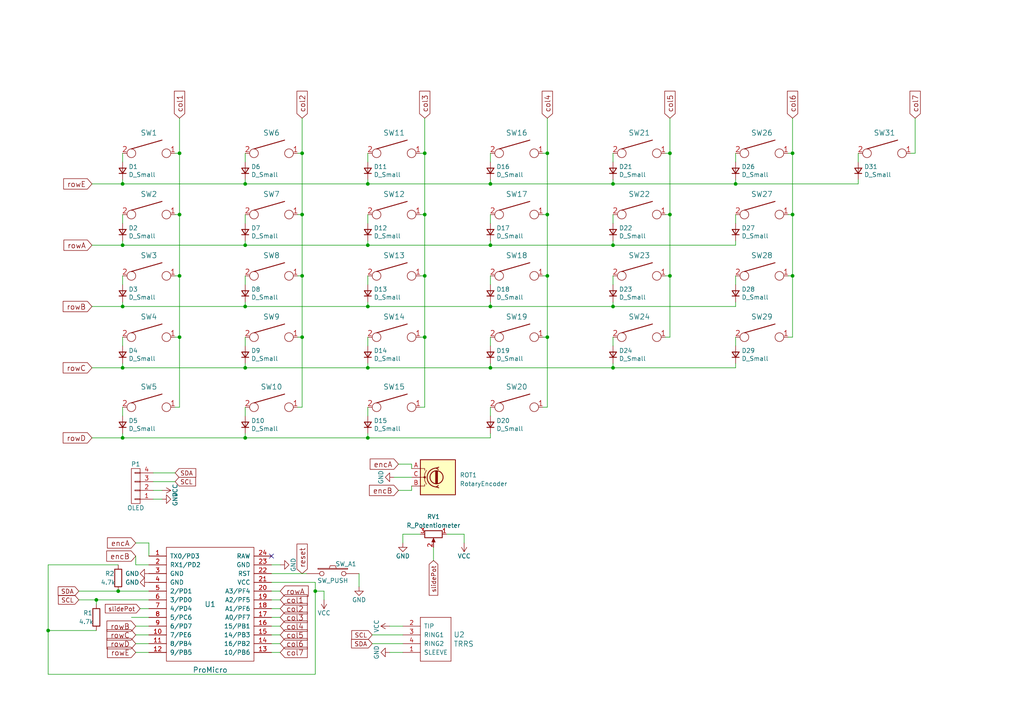
<source format=kicad_sch>
(kicad_sch (version 20230121) (generator eeschema)
  (paper "A4")
  (lib_symbols
    (symbol "Device:D_Small" (pin_numbers hide) (pin_names (offset 0.254) hide)
      (property "Reference" "D" (at -1.27 2.032 0))
      (property "Value" "D_Small" (at -3.81 -2.032 0))
      (symbol "D_Small_0_1"
        (polyline (pts (xy -0.762 -1.016) (xy -0.762 1.016)) (stroke (width 0.254)))
        (polyline (pts (xy -0.762 0) (xy 0.762 0)))
        (polyline (pts (xy 0.762 -1.016) (xy -0.762 0) (xy 0.762 1.016) (xy 0.762 -1.016)) (stroke (width 0.254)))
      )
      (symbol "D_Small_1_1"
        (pin passive line (at -2.54 0 0) (length 1.778) (name "K") (number "1"))
        (pin passive line (at 2.54 0 180) (length 1.778) (name "A") (number "2"))
      )
    )
    (symbol "Device:R" (pin_numbers hide) (pin_names (offset 0))
      (property "Reference" "R" (at 2.032 0 90))
      (property "Value" "R" (at 0 0 90))
      (symbol "R_0_1"
        (rectangle (start -1.016 -2.54) (end 1.016 2.54) (stroke (width 0.254)))
      )
      (symbol "R_1_1"
        (pin passive line (at 0 3.81 270) (length 1.27) (name "~") (number "1"))
        (pin passive line (at 0 -3.81 90) (length 1.27) (name "~") (number "2"))
      )
    )
    (symbol "Device:R_Potentiometer" (pin_names (offset 1.016) hide)
      (property "Reference" "RV" (at -4.445 0 90))
      (property "Value" "R_Potentiometer" (at -2.54 0 90))
      (symbol "R_Potentiometer_0_1"
        (polyline (pts (xy 2.54 0) (xy 1.524 0)))
        (polyline (pts (xy 1.143 0) (xy 2.286 0.508) (xy 2.286 -0.508) (xy 1.143 0)) (fill (type outline)))
        (rectangle (start 1.016 2.54) (end -1.016 -2.54) (stroke (width 0.254)))
      )
      (symbol "R_Potentiometer_1_1"
        (pin passive line (at 0 3.81 270) (length 1.27) (name "1") (number "1"))
        (pin passive line (at 3.81 0 180) (length 1.27) (name "2") (number "2"))
        (pin passive line (at 0 -3.81 90) (length 1.27) (name "3") (number "3"))
      )
    )
    (symbol "Device:RotaryEncoder" (pin_names (offset 0.254) hide)
      (property "Reference" "SW" (at 0 6.604 0))
      (property "Value" "RotaryEncoder" (at 0 -6.604 0))
      (symbol "RotaryEncoder_0_1"
        (rectangle (start -5.08 5.08) (end 5.08 -5.08) (stroke (width 0.254)) (fill (type background)))
        (circle (center -3.81 0) (radius 0.254) (fill (type outline)))
        (circle (center -0.381 0) (radius 1.905) (stroke (width 0.254)))
        (arc (start -0.381 2.667) (mid -3.0988 -0.0635) (end -0.381 -2.794) (stroke (width 0.254)))
        (polyline (pts (xy -0.635 -1.778) (xy -0.635 1.778)) (stroke (width 0.254)))
        (polyline (pts (xy -0.381 -1.778) (xy -0.381 1.778)) (stroke (width 0.254)))
        (polyline (pts (xy -0.127 1.778) (xy -0.127 -1.778)) (stroke (width 0.254)))
        (polyline (pts (xy -5.08 -2.54) (xy -3.81 -2.54) (xy -3.81 -2.032)))
        (polyline (pts (xy -5.08 2.54) (xy -3.81 2.54) (xy -3.81 2.032)))
        (polyline (pts (xy 0.254 -3.048) (xy -0.508 -2.794) (xy 0.127 -2.413)) (stroke (width 0.254)))
        (polyline (pts (xy 0.254 2.921) (xy -0.508 2.667) (xy 0.127 2.286)) (stroke (width 0.254)))
        (polyline (pts (xy -5.08 0) (xy -3.81 0) (xy -3.81 -1.016) (xy -3.302 -2.032)))
        (polyline (pts (xy -4.318 0) (xy -3.81 0) (xy -3.81 1.016) (xy -3.302 2.032)))
      )
      (symbol "RotaryEncoder_1_1"
        (pin passive line (at -7.62 2.54 0) (length 2.54) (name "A") (number "A"))
        (pin passive line (at -7.62 -2.54 0) (length 2.54) (name "B") (number "B"))
        (pin passive line (at -7.62 0 0) (length 2.54) (name "C") (number "C"))
      )
    )
    (symbol "Lily58-rescue:CONN_01X04-Lily58-cache" (pin_names (offset 1.016) hide)
      (property "Reference" "P" (at 0 6.35 0))
      (property "Value" "Lily58-cache:CONN_01X04" (at 2.54 0 90))
      (symbol "CONN_01X04-Lily58-cache_0_1"
        (rectangle (start -1.27 -3.683) (end 0.254 -3.937))
        (rectangle (start -1.27 -1.143) (end 0.254 -1.397))
        (rectangle (start -1.27 1.397) (end 0.254 1.143))
        (rectangle (start -1.27 3.937) (end 0.254 3.683))
        (rectangle (start -1.27 5.08) (end 1.27 -5.08))
      )
      (symbol "CONN_01X04-Lily58-cache_1_1"
        (pin passive line (at -5.08 3.81 0) (length 3.81) (name "P1") (number "1"))
        (pin passive line (at -5.08 1.27 0) (length 3.81) (name "P2") (number "2"))
        (pin passive line (at -5.08 -1.27 0) (length 3.81) (name "P3") (number "3"))
        (pin passive line (at -5.08 -3.81 0) (length 3.81) (name "P4") (number "4"))
      )
    )
    (symbol "fourier-left-rescue:ProMicro-promicro" (pin_names (offset 1.016))
      (property "Reference" "U" (at 0 0 0))
      (property "Value" "ProMicro-promicro" (at 0 -19.05 0))
      (symbol "ProMicro-promicro_0_1"
        (rectangle (start -12.7 -16.51) (end 12.7 16.51))
      )
      (symbol "ProMicro-promicro_1_1"
        (pin input line (at -17.78 13.97 0) (length 5.08) (name "TX0/PD3") (number "1"))
        (pin input line (at -17.78 -8.89 0) (length 5.08) (name "7/PE6") (number "10"))
        (pin input line (at -17.78 -11.43 0) (length 5.08) (name "8/PB4") (number "11"))
        (pin input line (at -17.78 -13.97 0) (length 5.08) (name "9/PB5") (number "12"))
        (pin input line (at 17.78 -13.97 180) (length 5.08) (name "10/PB6") (number "13"))
        (pin input line (at 17.78 -11.43 180) (length 5.08) (name "16/PB2") (number "14"))
        (pin input line (at 17.78 -8.89 180) (length 5.08) (name "14/PB3") (number "15"))
        (pin input line (at 17.78 -6.35 180) (length 5.08) (name "15/PB1") (number "16"))
        (pin input line (at 17.78 -3.81 180) (length 5.08) (name "A0/PF7") (number "17"))
        (pin input line (at 17.78 -1.27 180) (length 5.08) (name "A1/PF6") (number "18"))
        (pin input line (at 17.78 1.27 180) (length 5.08) (name "A2/PF5") (number "19"))
        (pin input line (at -17.78 11.43 0) (length 5.08) (name "RX1/PD2") (number "2"))
        (pin input line (at 17.78 3.81 180) (length 5.08) (name "A3/PF4") (number "20"))
        (pin input line (at 17.78 6.35 180) (length 5.08) (name "VCC") (number "21"))
        (pin input line (at 17.78 8.89 180) (length 5.08) (name "RST") (number "22"))
        (pin input line (at 17.78 11.43 180) (length 5.08) (name "GND") (number "23"))
        (pin input line (at 17.78 13.97 180) (length 5.08) (name "RAW") (number "24"))
        (pin input line (at -17.78 8.89 0) (length 5.08) (name "GND") (number "3"))
        (pin input line (at -17.78 6.35 0) (length 5.08) (name "GND") (number "4"))
        (pin input line (at -17.78 3.81 0) (length 5.08) (name "2/PD1") (number "5"))
        (pin input line (at -17.78 1.27 0) (length 5.08) (name "3/PD0") (number "6"))
        (pin input line (at -17.78 -1.27 0) (length 5.08) (name "4/PD4") (number "7"))
        (pin input line (at -17.78 -3.81 0) (length 5.08) (name "5/PC6") (number "8"))
        (pin input line (at -17.78 -6.35 0) (length 5.08) (name "6/PD7") (number "9"))
      )
    )
    (symbol "fourier-left-rescue:SW_PUSH-RESCUE-fourier-left" (pin_numbers hide) (pin_names (offset 1.016) hide)
      (property "Reference" "SW" (at 3.81 2.794 0))
      (property "Value" "SW_PUSH-RESCUE-fourier-left" (at 0 -2.032 0))
      (symbol "SW_PUSH-RESCUE-fourier-left_0_1"
        (rectangle (start -4.318 1.27) (end 4.318 1.524))
        (polyline (pts (xy -1.016 1.524) (xy -0.762 2.286) (xy 0.762 2.286) (xy 1.016 1.524)))
        (pin passive inverted (at -7.62 0 0) (length 5.08) (name "1") (number "1"))
        (pin passive inverted (at 7.62 0 180) (length 5.08) (name "2") (number "2"))
      )
    )
    (symbol "fourier-left-rescue:TRRS-keebio" (pin_names (offset 1.016))
      (property "Reference" "U" (at 0 15.24 0))
      (property "Value" "keebio_TRRS" (at 0 -2.54 0))
      (symbol "TRRS-keebio_0_1"
        (rectangle (start -3.81 0) (end -3.81 12.7))
        (rectangle (start -3.81 12.7) (end 5.08 12.7))
        (rectangle (start 5.08 0) (end -3.81 0))
        (rectangle (start 5.08 12.7) (end 5.08 0))
      )
      (symbol "TRRS-keebio_1_1"
        (pin input line (at -8.89 2.54 0) (length 5.08) (name "SLEEVE") (number "1"))
        (pin input line (at -8.89 10.16 0) (length 5.08) (name "TIP") (number "2"))
        (pin input line (at -8.89 7.62 0) (length 5.08) (name "RING1") (number "3"))
        (pin input line (at -8.89 5.08 0) (length 5.08) (name "RING2") (number "4"))
      )
    )
    (symbol "keyboard_parts:KEYSW" (pin_names (offset 1.016))
      (property "Reference" "K?" (at -1.27 0 0))
      (symbol "KEYSW_0_1"
        (circle (center -5.08 0) (radius 1.27))
        (polyline (pts (xy -5.08 1.27) (xy 3.81 3.81)) (stroke (width 0.254)))
        (circle (center 5.08 0) (radius 1.27))
      )
      (symbol "KEYSW_1_1"
        (pin passive line (at 7.62 0 180) (length 1.27) (name "~") (number "1"))
        (pin passive line (at -7.62 0 0) (length 1.27) (name "~") (number "2"))
      )
    )
    (symbol "power:GND" (power) (pin_names (offset 0))
      (property "Value" "GND" (at 0 -3.81 0))
      (symbol "GND_0_1"
        (polyline (pts (xy 0 0) (xy 0 -1.27) (xy 1.27 -1.27) (xy 0 -2.54) (xy -1.27 -1.27) (xy 0 -1.27)))
      )
      (symbol "GND_1_1"
        (pin power_in line (at 0 0 270) (length 0) hide (name "GND") (number "1"))
      )
    )
    (symbol "power:VCC" (power) (pin_names (offset 0))
      (property "Value" "VCC" (at 0 3.81 0))
      (symbol "VCC_0_1"
        (polyline (pts (xy -0.762 1.27) (xy 0 2.54)))
        (polyline (pts (xy 0 0) (xy 0 2.54)))
        (polyline (pts (xy 0 2.54) (xy 0.762 1.27)))
      )
      (symbol "VCC_1_1"
        (pin power_in line (at 0 0 90) (length 0) hide (name "VCC") (number "1"))
      )
    )
  )
  (junction (at 194.31 80.01))
  (junction (at 229.87 62.23))
  (junction (at 34.29 171.45))
  (junction (at 106.68 88.9))
  (junction (at 123.19 44.45))
  (junction (at 71.12 88.9))
  (junction (at 27.94 173.99))
  (junction (at 35.56 127))
  (junction (at 52.07 80.01))
  (junction (at 87.63 44.45))
  (junction (at 52.07 62.23))
  (junction (at 177.8 53.34))
  (junction (at 194.31 62.23))
  (junction (at 87.63 97.79))
  (junction (at 35.56 53.34))
  (junction (at 71.12 127))
  (junction (at 106.68 127))
  (junction (at 35.56 71.12))
  (junction (at 71.12 106.68))
  (junction (at 71.12 71.12))
  (junction (at 106.68 71.12))
  (junction (at 213.36 53.34))
  (junction (at 35.56 106.68))
  (junction (at 35.56 88.9))
  (junction (at 123.19 97.79))
  (junction (at 52.07 44.45))
  (junction (at 142.24 88.9))
  (junction (at 229.87 44.45))
  (junction (at 177.8 71.12))
  (junction (at 142.24 53.34))
  (junction (at 158.75 44.45))
  (junction (at 13.97 182.88))
  (junction (at 177.8 88.9))
  (junction (at 158.75 97.79))
  (junction (at 158.75 62.23))
  (junction (at 142.24 106.68))
  (junction (at 52.07 97.79))
  (junction (at 229.87 80.01))
  (junction (at 71.12 53.34))
  (junction (at 123.19 80.01))
  (junction (at 177.8 106.68))
  (junction (at 87.63 62.23))
  (junction (at 106.68 106.68))
  (junction (at 106.68 53.34))
  (junction (at 194.31 44.45))
  (junction (at 87.63 80.01))
  (junction (at 158.75 80.01))
  (junction (at 123.19 62.23))
  (junction (at 91.44 171.45))
  (junction (at 142.24 71.12))
  (no_connect (at 78.74 161.29))
  (wire (pts (xy 129.54 154.94) (xy 134.62 154.94)))
  (wire (pts (xy 91.44 171.45) (xy 91.44 168.91)))
  (wire (pts (xy 78.74 189.23) (xy 81.28 189.23)))
  (wire (pts (xy 50.8 118.11) (xy 52.07 118.11)))
  (wire (pts (xy 228.6 62.23) (xy 229.87 62.23)))
  (wire (pts (xy 177.8 62.23) (xy 177.8 64.77)))
  (wire (pts (xy 106.68 52.07) (xy 106.68 53.34)))
  (wire (pts (xy 13.97 163.83) (xy 13.97 182.88)))
  (wire (pts (xy 52.07 80.01) (xy 52.07 97.79)))
  (wire (pts (xy 213.36 97.79) (xy 213.36 100.33)))
  (wire (pts (xy 71.12 62.23) (xy 71.12 64.77)))
  (wire (pts (xy 39.37 163.83) (xy 43.18 163.83)))
  (wire (pts (xy 116.84 157.48) (xy 116.84 154.94)))
  (wire (pts (xy 213.36 44.45) (xy 213.36 46.99)))
  (wire (pts (xy 142.24 125.73) (xy 142.24 127)))
  (wire (pts (xy 35.56 52.07) (xy 35.56 53.34)))
  (wire (pts (xy 142.24 88.9) (xy 177.8 88.9)))
  (wire (pts (xy 194.31 80.01) (xy 194.31 97.79)))
  (wire (pts (xy 229.87 80.01) (xy 229.87 97.79)))
  (wire (pts (xy 119.38 140.97) (xy 119.38 142.24)))
  (wire (pts (xy 27.94 175.26) (xy 27.94 173.99)))
  (wire (pts (xy 158.75 97.79) (xy 158.75 118.11)))
  (wire (pts (xy 26.67 88.9) (xy 35.56 88.9)))
  (wire (pts (xy 121.92 97.79) (xy 123.19 97.79)))
  (wire (pts (xy 106.68 127) (xy 142.24 127)))
  (wire (pts (xy 78.74 176.53) (xy 81.28 176.53)))
  (wire (pts (xy 158.75 62.23) (xy 158.75 80.01)))
  (wire (pts (xy 39.37 181.61) (xy 43.18 181.61)))
  (wire (pts (xy 229.87 34.29) (xy 229.87 44.45)))
  (wire (pts (xy 158.75 80.01) (xy 158.75 97.79)))
  (wire (pts (xy 142.24 105.41) (xy 142.24 106.68)))
  (wire (pts (xy 26.67 71.12) (xy 35.56 71.12)))
  (wire (pts (xy 194.31 34.29) (xy 194.31 44.45)))
  (wire (pts (xy 157.48 44.45) (xy 158.75 44.45)))
  (wire (pts (xy 114.3 138.43) (xy 119.38 138.43)))
  (wire (pts (xy 78.74 171.45) (xy 81.28 171.45)))
  (wire (pts (xy 106.68 105.41) (xy 106.68 106.68)))
  (wire (pts (xy 158.75 34.29) (xy 158.75 44.45)))
  (wire (pts (xy 157.48 62.23) (xy 158.75 62.23)))
  (wire (pts (xy 121.92 80.01) (xy 123.19 80.01)))
  (wire (pts (xy 35.56 44.45) (xy 35.56 46.99)))
  (wire (pts (xy 177.8 52.07) (xy 177.8 53.34)))
  (wire (pts (xy 71.12 69.85) (xy 71.12 71.12)))
  (wire (pts (xy 193.04 97.79) (xy 194.31 97.79)))
  (wire (pts (xy 71.12 125.73) (xy 71.12 127)))
  (wire (pts (xy 157.48 118.11) (xy 158.75 118.11)))
  (wire (pts (xy 44.45 137.16) (xy 50.8 137.16)))
  (wire (pts (xy 93.98 173.99) (xy 93.98 171.45)))
  (wire (pts (xy 78.74 173.99) (xy 81.28 173.99)))
  (wire (pts (xy 106.68 69.85) (xy 106.68 71.12)))
  (wire (pts (xy 86.36 44.45) (xy 87.63 44.45)))
  (wire (pts (xy 93.98 171.45) (xy 91.44 171.45)))
  (wire (pts (xy 44.45 142.24) (xy 46.99 142.24)))
  (wire (pts (xy 78.74 184.15) (xy 81.28 184.15)))
  (wire (pts (xy 35.56 97.79) (xy 35.56 100.33)))
  (wire (pts (xy 134.62 154.94) (xy 134.62 157.48)))
  (wire (pts (xy 142.24 53.34) (xy 177.8 53.34)))
  (wire (pts (xy 71.12 106.68) (xy 106.68 106.68)))
  (wire (pts (xy 142.24 106.68) (xy 177.8 106.68)))
  (wire (pts (xy 39.37 186.69) (xy 43.18 186.69)))
  (wire (pts (xy 265.43 34.29) (xy 265.43 44.45)))
  (wire (pts (xy 121.92 62.23) (xy 123.19 62.23)))
  (wire (pts (xy 264.16 44.45) (xy 265.43 44.45)))
  (wire (pts (xy 26.67 106.68) (xy 35.56 106.68)))
  (wire (pts (xy 193.04 80.01) (xy 194.31 80.01)))
  (wire (pts (xy 228.6 80.01) (xy 229.87 80.01)))
  (wire (pts (xy 43.18 157.48) (xy 39.37 157.48)))
  (wire (pts (xy 193.04 44.45) (xy 194.31 44.45)))
  (wire (pts (xy 87.63 97.79) (xy 87.63 118.11)))
  (wire (pts (xy 121.92 118.11) (xy 123.19 118.11)))
  (wire (pts (xy 71.12 80.01) (xy 71.12 82.55)))
  (wire (pts (xy 39.37 184.15) (xy 43.18 184.15)))
  (wire (pts (xy 71.12 71.12) (xy 106.68 71.12)))
  (wire (pts (xy 142.24 118.11) (xy 142.24 120.65)))
  (wire (pts (xy 107.95 184.15) (xy 116.84 184.15)))
  (wire (pts (xy 35.56 80.01) (xy 35.56 82.55)))
  (wire (pts (xy 40.64 176.53) (xy 43.18 176.53)))
  (wire (pts (xy 106.68 44.45) (xy 106.68 46.99)))
  (wire (pts (xy 142.24 80.01) (xy 142.24 82.55)))
  (wire (pts (xy 213.36 52.07) (xy 213.36 53.34)))
  (wire (pts (xy 86.36 97.79) (xy 87.63 97.79)))
  (wire (pts (xy 106.68 97.79) (xy 106.68 100.33)))
  (wire (pts (xy 71.12 97.79) (xy 71.12 100.33)))
  (wire (pts (xy 35.56 53.34) (xy 71.12 53.34)))
  (wire (pts (xy 44.45 139.7) (xy 50.8 139.7)))
  (wire (pts (xy 35.56 125.73) (xy 35.56 127)))
  (wire (pts (xy 194.31 44.45) (xy 194.31 62.23)))
  (wire (pts (xy 142.24 97.79) (xy 142.24 100.33)))
  (wire (pts (xy 13.97 182.88) (xy 13.97 195.58)))
  (wire (pts (xy 87.63 34.29) (xy 87.63 44.45)))
  (wire (pts (xy 50.8 97.79) (xy 52.07 97.79)))
  (wire (pts (xy 39.37 189.23) (xy 43.18 189.23)))
  (wire (pts (xy 78.74 166.37) (xy 88.9 166.37)))
  (wire (pts (xy 177.8 87.63) (xy 177.8 88.9)))
  (wire (pts (xy 106.68 62.23) (xy 106.68 64.77)))
  (wire (pts (xy 71.12 52.07) (xy 71.12 53.34)))
  (wire (pts (xy 13.97 195.58) (xy 91.44 195.58)))
  (wire (pts (xy 177.8 97.79) (xy 177.8 100.33)))
  (wire (pts (xy 35.56 69.85) (xy 35.56 71.12)))
  (wire (pts (xy 78.74 168.91) (xy 91.44 168.91)))
  (wire (pts (xy 113.03 181.61) (xy 116.84 181.61)))
  (wire (pts (xy 123.19 97.79) (xy 123.19 118.11)))
  (wire (pts (xy 35.56 106.68) (xy 71.12 106.68)))
  (wire (pts (xy 119.38 134.62) (xy 119.38 135.89)))
  (wire (pts (xy 35.56 62.23) (xy 35.56 64.77)))
  (wire (pts (xy 115.57 134.62) (xy 119.38 134.62)))
  (wire (pts (xy 71.12 118.11) (xy 71.12 120.65)))
  (wire (pts (xy 123.19 44.45) (xy 123.19 62.23)))
  (wire (pts (xy 52.07 62.23) (xy 52.07 80.01)))
  (wire (pts (xy 142.24 44.45) (xy 142.24 46.99)))
  (wire (pts (xy 121.92 44.45) (xy 123.19 44.45)))
  (wire (pts (xy 142.24 62.23) (xy 142.24 64.77)))
  (wire (pts (xy 142.24 52.07) (xy 142.24 53.34)))
  (wire (pts (xy 71.12 53.34) (xy 106.68 53.34)))
  (wire (pts (xy 71.12 87.63) (xy 71.12 88.9)))
  (wire (pts (xy 71.12 44.45) (xy 71.12 46.99)))
  (wire (pts (xy 229.87 62.23) (xy 229.87 80.01)))
  (wire (pts (xy 50.8 62.23) (xy 52.07 62.23)))
  (wire (pts (xy 123.19 62.23) (xy 123.19 80.01)))
  (wire (pts (xy 43.18 161.29) (xy 43.18 157.48)))
  (wire (pts (xy 113.03 189.23) (xy 116.84 189.23)))
  (wire (pts (xy 177.8 105.41) (xy 177.8 106.68)))
  (wire (pts (xy 71.12 105.41) (xy 71.12 106.68)))
  (wire (pts (xy 193.04 62.23) (xy 194.31 62.23)))
  (wire (pts (xy 87.63 80.01) (xy 87.63 97.79)))
  (wire (pts (xy 52.07 97.79) (xy 52.07 118.11)))
  (wire (pts (xy 213.36 62.23) (xy 213.36 64.77)))
  (wire (pts (xy 78.74 186.69) (xy 81.28 186.69)))
  (wire (pts (xy 177.8 53.34) (xy 213.36 53.34)))
  (wire (pts (xy 229.87 44.45) (xy 229.87 62.23)))
  (wire (pts (xy 142.24 87.63) (xy 142.24 88.9)))
  (wire (pts (xy 123.19 80.01) (xy 123.19 97.79)))
  (wire (pts (xy 78.74 163.83) (xy 81.28 163.83)))
  (wire (pts (xy 71.12 127) (xy 106.68 127)))
  (wire (pts (xy 26.67 53.34) (xy 35.56 53.34)))
  (wire (pts (xy 116.84 154.94) (xy 121.92 154.94)))
  (wire (pts (xy 27.94 173.99) (xy 43.18 173.99)))
  (wire (pts (xy 78.74 181.61) (xy 81.28 181.61)))
  (wire (pts (xy 158.75 44.45) (xy 158.75 62.23)))
  (wire (pts (xy 125.73 158.75) (xy 125.73 162.56)))
  (wire (pts (xy 194.31 62.23) (xy 194.31 80.01)))
  (wire (pts (xy 106.68 118.11) (xy 106.68 120.65)))
  (wire (pts (xy 177.8 71.12) (xy 213.36 71.12)))
  (wire (pts (xy 213.36 87.63) (xy 213.36 88.9)))
  (wire (pts (xy 157.48 97.79) (xy 158.75 97.79)))
  (wire (pts (xy 35.56 105.41) (xy 35.56 106.68)))
  (wire (pts (xy 87.63 44.45) (xy 87.63 62.23)))
  (wire (pts (xy 213.36 53.34) (xy 248.92 53.34)))
  (wire (pts (xy 213.36 105.41) (xy 213.36 106.68)))
  (wire (pts (xy 50.8 44.45) (xy 52.07 44.45)))
  (wire (pts (xy 177.8 44.45) (xy 177.8 46.99)))
  (wire (pts (xy 106.68 106.68) (xy 142.24 106.68)))
  (wire (pts (xy 157.48 80.01) (xy 158.75 80.01)))
  (wire (pts (xy 78.74 179.07) (xy 81.28 179.07)))
  (wire (pts (xy 106.68 88.9) (xy 142.24 88.9)))
  (wire (pts (xy 213.36 69.85) (xy 213.36 71.12)))
  (wire (pts (xy 35.56 127) (xy 71.12 127)))
  (wire (pts (xy 119.38 142.24) (xy 115.57 142.24)))
  (wire (pts (xy 44.45 144.78) (xy 46.99 144.78)))
  (wire (pts (xy 177.8 88.9) (xy 213.36 88.9)))
  (wire (pts (xy 123.19 34.29) (xy 123.19 44.45)))
  (wire (pts (xy 142.24 69.85) (xy 142.24 71.12)))
  (wire (pts (xy 13.97 163.83) (xy 34.29 163.83)))
  (wire (pts (xy 106.68 53.34) (xy 142.24 53.34)))
  (wire (pts (xy 106.68 87.63) (xy 106.68 88.9)))
  (wire (pts (xy 177.8 69.85) (xy 177.8 71.12)))
  (wire (pts (xy 91.44 195.58) (xy 91.44 171.45)))
  (wire (pts (xy 86.36 62.23) (xy 87.63 62.23)))
  (wire (pts (xy 213.36 80.01) (xy 213.36 82.55)))
  (wire (pts (xy 106.68 80.01) (xy 106.68 82.55)))
  (wire (pts (xy 38.1 179.07) (xy 43.18 179.07)))
  (wire (pts (xy 52.07 44.45) (xy 52.07 62.23)))
  (wire (pts (xy 35.56 88.9) (xy 71.12 88.9)))
  (wire (pts (xy 142.24 71.12) (xy 177.8 71.12)))
  (wire (pts (xy 71.12 88.9) (xy 106.68 88.9)))
  (wire (pts (xy 86.36 80.01) (xy 87.63 80.01)))
  (wire (pts (xy 52.07 34.29) (xy 52.07 44.45)))
  (wire (pts (xy 104.14 170.18) (xy 104.14 166.37)))
  (wire (pts (xy 34.29 171.45) (xy 43.18 171.45)))
  (wire (pts (xy 13.97 182.88) (xy 27.94 182.88)))
  (wire (pts (xy 248.92 44.45) (xy 248.92 46.99)))
  (wire (pts (xy 86.36 118.11) (xy 87.63 118.11)))
  (wire (pts (xy 22.86 171.45) (xy 34.29 171.45)))
  (wire (pts (xy 228.6 44.45) (xy 229.87 44.45)))
  (wire (pts (xy 22.86 173.99) (xy 27.94 173.99)))
  (wire (pts (xy 39.37 161.29) (xy 39.37 163.83)))
  (wire (pts (xy 106.68 71.12) (xy 142.24 71.12)))
  (wire (pts (xy 106.68 125.73) (xy 106.68 127)))
  (wire (pts (xy 177.8 80.01) (xy 177.8 82.55)))
  (wire (pts (xy 107.95 186.69) (xy 116.84 186.69)))
  (wire (pts (xy 35.56 87.63) (xy 35.56 88.9)))
  (wire (pts (xy 35.56 118.11) (xy 35.56 120.65)))
  (wire (pts (xy 228.6 97.79) (xy 229.87 97.79)))
  (wire (pts (xy 248.92 52.07) (xy 248.92 53.34)))
  (wire (pts (xy 35.56 71.12) (xy 71.12 71.12)))
  (wire (pts (xy 87.63 62.23) (xy 87.63 80.01)))
  (wire (pts (xy 50.8 80.01) (xy 52.07 80.01)))
  (wire (pts (xy 177.8 106.68) (xy 213.36 106.68)))
  (wire (pts (xy 26.67 127) (xy 35.56 127)))
  (global_label "col6" (shape input) (at 81.28 186.69 0) (effects (font (size 1.524 1.524))) (property "Intersheetrefs" "${INTERSHEET_REFS}" (effects hide)))
  (global_label "col7" (shape input) (at 81.28 189.23 0) (effects (font (size 1.524 1.524))) (property "Intersheetrefs" "${INTERSHEET_REFS}" (effects hide)))
  (global_label "col2" (shape input) (at 87.63 34.29 90) (effects (font (size 1.524 1.524))) (property "Intersheetrefs" "${INTERSHEET_REFS}" (effects hide)))
  (global_label "rowE" (shape input) (at 26.67 53.34 180) (effects (font (size 1.524 1.524))) (property "Intersheetrefs" "${INTERSHEET_REFS}" (effects hide)))
  (global_label "col3" (shape input) (at 123.19 34.29 90) (effects (font (size 1.524 1.524))) (property "Intersheetrefs" "${INTERSHEET_REFS}" (effects hide)))
  (global_label "rowA" (shape input) (at 81.28 171.45 0) (effects (font (size 1.524 1.524))) (property "Intersheetrefs" "${INTERSHEET_REFS}" (effects hide)))
  (global_label "col1" (shape input) (at 52.07 34.29 90) (effects (font (size 1.524 1.524))) (property "Intersheetrefs" "${INTERSHEET_REFS}" (effects hide)))
  (global_label "SDA" (shape input) (at 50.8 137.16 0) (property "Intersheetrefs" "${INTERSHEET_REFS}" (effects hide)))
  (global_label "rowD" (shape input) (at 26.67 127 180) (effects (font (size 1.524 1.524))) (property "Intersheetrefs" "${INTERSHEET_REFS}" (effects hide)))
  (global_label "reset" (shape input) (at 87.63 166.37 90) (effects (font (size 1.524 1.524))) (property "Intersheetrefs" "${INTERSHEET_REFS}" (effects hide)))
  (global_label "rowB" (shape input) (at 26.67 88.9 180) (effects (font (size 1.524 1.524))) (property "Intersheetrefs" "${INTERSHEET_REFS}" (effects hide)))
  (global_label "col5" (shape input) (at 81.28 184.15 0) (effects (font (size 1.524 1.524))) (property "Intersheetrefs" "${INTERSHEET_REFS}" (effects hide)))
  (global_label "rowD" (shape input) (at 39.37 186.69 180) (effects (font (size 1.524 1.524))) (property "Intersheetrefs" "${INTERSHEET_REFS}" (effects hide)))
  (global_label "col4" (shape input) (at 81.28 181.61 0) (effects (font (size 1.524 1.524))) (property "Intersheetrefs" "${INTERSHEET_REFS}" (effects hide)))
  (global_label "col5" (shape input) (at 194.31 34.29 90) (effects (font (size 1.524 1.524))) (property "Intersheetrefs" "${INTERSHEET_REFS}" (effects hide)))
  (global_label "col3" (shape input) (at 81.28 179.07 0) (effects (font (size 1.524 1.524))) (property "Intersheetrefs" "${INTERSHEET_REFS}" (effects hide)))
  (global_label "SCL" (shape input) (at 50.8 139.7 0) (property "Intersheetrefs" "${INTERSHEET_REFS}" (effects hide)))
  (global_label "rowC" (shape input) (at 26.67 106.68 180) (effects (font (size 1.524 1.524))) (property "Intersheetrefs" "${INTERSHEET_REFS}" (effects hide)))
  (global_label "slidePot" (shape input) (at 40.64 176.53 180) (property "Intersheetrefs" "${INTERSHEET_REFS}" (effects hide)))
  (global_label "SCL" (shape input) (at 22.86 173.99 180) (property "Intersheetrefs" "${INTERSHEET_REFS}" (effects hide)))
  (global_label "col6" (shape input) (at 229.87 34.29 90) (effects (font (size 1.524 1.524))) (property "Intersheetrefs" "${INTERSHEET_REFS}" (effects hide)))
  (global_label "slidePot" (shape input) (at 125.73 162.56 270) (property "Intersheetrefs" "${INTERSHEET_REFS}" (effects hide)))
  (global_label "col7" (shape input) (at 265.43 34.29 90) (effects (font (size 1.524 1.524))) (property "Intersheetrefs" "${INTERSHEET_REFS}" (effects hide)))
  (global_label "rowA" (shape input) (at 26.67 71.12 180) (effects (font (size 1.524 1.524))) (property "Intersheetrefs" "${INTERSHEET_REFS}" (effects hide)))
  (global_label "encA" (shape input) (at 115.57 134.62 180) (effects (font (size 1.524 1.524))) (property "Intersheetrefs" "${INTERSHEET_REFS}" (effects hide)))
  (global_label "encA" (shape input) (at 39.37 157.48 180) (effects (font (size 1.524 1.524))) (property "Intersheetrefs" "${INTERSHEET_REFS}" (effects hide)))
  (global_label "encB" (shape input) (at 39.37 161.29 180) (effects (font (size 1.524 1.524))) (property "Intersheetrefs" "${INTERSHEET_REFS}" (effects hide)))
  (global_label "rowB" (shape input) (at 39.37 181.61 180) (effects (font (size 1.524 1.524))) (property "Intersheetrefs" "${INTERSHEET_REFS}" (effects hide)))
  (global_label "col4" (shape input) (at 158.75 34.29 90) (effects (font (size 1.524 1.524))) (property "Intersheetrefs" "${INTERSHEET_REFS}" (effects hide)))
  (global_label "rowC" (shape input) (at 39.37 184.15 180) (effects (font (size 1.524 1.524))) (property "Intersheetrefs" "${INTERSHEET_REFS}" (effects hide)))
  (global_label "col2" (shape input) (at 81.28 176.53 0) (effects (font (size 1.524 1.524))) (property "Intersheetrefs" "${INTERSHEET_REFS}" (effects hide)))
  (global_label "col1" (shape input) (at 81.28 173.99 0) (effects (font (size 1.524 1.524))) (property "Intersheetrefs" "${INTERSHEET_REFS}" (effects hide)))
  (global_label "SDA" (shape input) (at 107.95 186.69 180) (property "Intersheetrefs" "${INTERSHEET_REFS}" (effects hide)))
  (global_label "rowE" (shape input) (at 39.37 189.23 180) (effects (font (size 1.524 1.524))) (property "Intersheetrefs" "${INTERSHEET_REFS}" (effects hide)))
  (global_label "SCL" (shape input) (at 107.95 184.15 180) (property "Intersheetrefs" "${INTERSHEET_REFS}" (effects hide)))
  (global_label "encB" (shape input) (at 115.57 142.24 180) (effects (font (size 1.524 1.524))) (property "Intersheetrefs" "${INTERSHEET_REFS}" (effects hide)))
  (global_label "SDA" (shape input) (at 22.86 171.45 180) (property "Intersheetrefs" "${INTERSHEET_REFS}" (effects hide)))
  (symbol (lib_id "Device:D_Small") (at 106.68 49.53 90) (unit 1)
    (property "Reference" "D11" (at 108.4072 48.3616 90) (effects (justify right)))
    (property "Value" "D_Small" (at 108.4072 50.673 90) (effects (justify right)))
    (property "Footprint" "Library:Diode" (effects hide))
    (property "Sim.Device" "D" (effects hide))
    (property "Sim.Pins" "1=K 2=A" (effects hide))
  )
  (symbol (lib_id "keyboard_parts:KEYSW") (at 43.18 80.01 0) (unit 1)
    (property "Reference" "SW3" (at 43.18 74.0918 0) (effects (font (size 1.524 1.524))))
    (property "Value" "KEYSW" (effects hide))
    (property "Footprint" "Button_Switch_Keyboard:SW_Cherry_MX_1.00u_PCB" (effects hide))
  )
  (symbol (lib_id "Device:R") (at 27.94 179.07 0) (unit 1)
    (property "Reference" "R1" (at 24.13 177.8 0) (effects (justify left)))
    (property "Value" "4.7k" (at 22.86 180.34 0) (effects (justify left)))
    (property "Footprint" "Library:RESISTOR" (effects hide))
  )
  (symbol (lib_id "keyboard_parts:KEYSW") (at 114.3 62.23 0) (unit 1)
    (property "Reference" "SW12" (at 114.3 56.3118 0) (effects (font (size 1.524 1.524))))
    (property "Value" "KEYSW" (effects hide))
    (property "Footprint" "Button_Switch_Keyboard:SW_Cherry_MX_1.00u_PCB" (effects hide))
  )
  (symbol (lib_id "Device:R_Potentiometer") (at 125.73 154.94 270) (unit 1)
    (property "Reference" "RV1" (at 125.73 149.86 90))
    (property "Value" "R_Potentiometer" (at 125.73 152.4 90))
  )
  (symbol (lib_id "fourier-left-rescue:ProMicro-promicro") (at 60.96 175.26 0) (unit 1)
    (property "Reference" "U1" (at 60.96 175.26 0) (effects (font (size 1.524 1.524))))
    (property "Value" "ProMicro" (at 60.96 194.31 0) (effects (font (size 1.524 1.524))))
    (property "Footprint" "Library:ArduinoProMicro-ZigZag" (effects hide))
  )
  (symbol (lib_id "Device:RotaryEncoder") (at 127 138.43 0) (unit 1)
    (property "Reference" "ROT1" (at 133.35 137.795 0) (effects (justify left)))
    (property "Value" "RotaryEncoder" (at 133.35 140.335 0) (effects (justify left)))
    (property "Footprint" "Library:RotaryEncoder_EC11" (effects hide))
  )
  (symbol (lib_id "Device:D_Small") (at 177.8 67.31 90) (unit 1)
    (property "Reference" "D22" (at 179.5272 66.1416 90) (effects (justify right)))
    (property "Value" "D_Small" (at 179.5272 68.453 90) (effects (justify right)))
    (property "Footprint" "Library:Diode" (effects hide))
    (property "Sim.Device" "D" (effects hide))
    (property "Sim.Pins" "1=K 2=A" (effects hide))
  )
  (symbol (lib_id "Device:D_Small") (at 142.24 123.19 90) (unit 1)
    (property "Reference" "D20" (at 143.9672 122.0216 90) (effects (justify right)))
    (property "Value" "D_Small" (at 143.9672 124.333 90) (effects (justify right)))
    (property "Footprint" "Library:Diode" (effects hide))
    (property "Sim.Device" "D" (effects hide))
    (property "Sim.Pins" "1=K 2=A" (effects hide))
  )
  (symbol (lib_id "Device:D_Small") (at 71.12 102.87 90) (unit 1)
    (property "Reference" "D9" (at 72.8472 101.7016 90) (effects (justify right)))
    (property "Value" "D_Small" (at 72.8472 104.013 90) (effects (justify right)))
    (property "Footprint" "Library:Diode" (effects hide))
    (property "Sim.Device" "D" (effects hide))
    (property "Sim.Pins" "1=K 2=A" (effects hide))
  )
  (symbol (lib_id "power:GND") (at 43.18 168.91 270) (unit 1)
    (property "Reference" "#PWR05" (effects hide))
    (property "Value" "GND" (at 36.322 168.91 90) (effects (justify left)))
  )
  (symbol (lib_id "keyboard_parts:KEYSW") (at 43.18 97.79 0) (unit 1)
    (property "Reference" "SW4" (at 43.18 91.8718 0) (effects (font (size 1.524 1.524))))
    (property "Value" "KEYSW" (effects hide))
    (property "Footprint" "Button_Switch_Keyboard:SW_Cherry_MX_1.00u_PCB" (effects hide))
  )
  (symbol (lib_id "Device:D_Small") (at 213.36 49.53 90) (unit 1)
    (property "Reference" "D26" (at 215.0872 48.3616 90) (effects (justify right)))
    (property "Value" "D_Small" (at 215.0872 50.673 90) (effects (justify right)))
    (property "Footprint" "Library:Diode" (effects hide))
    (property "Sim.Device" "D" (effects hide))
    (property "Sim.Pins" "1=K 2=A" (effects hide))
  )
  (symbol (lib_id "Device:D_Small") (at 71.12 123.19 90) (unit 1)
    (property "Reference" "D10" (at 72.8472 122.0216 90) (effects (justify right)))
    (property "Value" "D_Small" (at 72.8472 124.333 90) (effects (justify right)))
    (property "Footprint" "Library:Diode" (effects hide))
    (property "Sim.Device" "D" (effects hide))
    (property "Sim.Pins" "1=K 2=A" (effects hide))
  )
  (symbol (lib_id "Device:D_Small") (at 213.36 85.09 90) (unit 1)
    (property "Reference" "D28" (at 215.0872 83.9216 90) (effects (justify right)))
    (property "Value" "D_Small" (at 215.0872 86.233 90) (effects (justify right)))
    (property "Footprint" "Library:Diode" (effects hide))
    (property "Sim.Device" "D" (effects hide))
    (property "Sim.Pins" "1=K 2=A" (effects hide))
  )
  (symbol (lib_id "Device:D_Small") (at 142.24 102.87 90) (unit 1)
    (property "Reference" "D19" (at 143.9672 101.7016 90) (effects (justify right)))
    (property "Value" "D_Small" (at 143.9672 104.013 90) (effects (justify right)))
    (property "Footprint" "Library:Diode" (effects hide))
    (property "Sim.Device" "D" (effects hide))
    (property "Sim.Pins" "1=K 2=A" (effects hide))
  )
  (symbol (lib_id "Device:D_Small") (at 213.36 67.31 90) (unit 1)
    (property "Reference" "D27" (at 215.0872 66.1416 90) (effects (justify right)))
    (property "Value" "D_Small" (at 215.0872 68.453 90) (effects (justify right)))
    (property "Footprint" "Library:Diode" (effects hide))
    (property "Sim.Device" "D" (effects hide))
    (property "Sim.Pins" "1=K 2=A" (effects hide))
  )
  (symbol (lib_id "Device:D_Small") (at 35.56 85.09 90) (unit 1)
    (property "Reference" "D3" (at 37.2872 83.9216 90) (effects (justify right)))
    (property "Value" "D_Small" (at 37.2872 86.233 90) (effects (justify right)))
    (property "Footprint" "Library:Diode" (effects hide))
    (property "Sim.Device" "D" (effects hide))
    (property "Sim.Pins" "1=K 2=A" (effects hide))
  )
  (symbol (lib_id "keyboard_parts:KEYSW") (at 149.86 44.45 0) (unit 1)
    (property "Reference" "SW16" (at 149.86 38.5318 0) (effects (font (size 1.524 1.524))))
    (property "Value" "KEYSW" (effects hide))
    (property "Footprint" "Button_Switch_Keyboard:SW_Cherry_MX_1.00u_PCB" (effects hide))
  )
  (symbol (lib_id "power:VCC") (at 113.03 181.61 90) (unit 1)
    (property "Reference" "#PWR06" (effects hide))
    (property "Value" "VCC" (at 109.22 181.61 0))
  )
  (symbol (lib_id "power:GND") (at 104.14 170.18 0) (unit 1)
    (property "Reference" "#PWR02" (effects hide))
    (property "Value" "GND" (at 104.14 173.99 0))
  )
  (symbol (lib_id "keyboard_parts:KEYSW") (at 220.98 44.45 0) (unit 1)
    (property "Reference" "SW26" (at 220.98 38.5318 0) (effects (font (size 1.524 1.524))))
    (property "Value" "KEYSW" (effects hide))
    (property "Footprint" "Button_Switch_Keyboard:SW_Cherry_MX_1.00u_PCB" (effects hide))
  )
  (symbol (lib_id "fourier-left-rescue:SW_PUSH-RESCUE-fourier-left") (at 96.52 166.37 0) (unit 1)
    (property "Reference" "SW_A1" (at 100.33 163.576 0))
    (property "Value" "SW_PUSH" (at 96.52 168.402 0))
    (property "Footprint" "Library:TACT_SWITCH_TVBP06" (effects hide))
  )
  (symbol (lib_id "power:GND") (at 113.03 189.23 270) (unit 1)
    (property "Reference" "#PWR07" (effects hide))
    (property "Value" "GND" (at 109.22 189.23 0))
  )
  (symbol (lib_id "keyboard_parts:KEYSW") (at 78.74 97.79 0) (unit 1)
    (property "Reference" "SW9" (at 78.74 91.8718 0) (effects (font (size 1.524 1.524))))
    (property "Value" "KEYSW" (effects hide))
    (property "Footprint" "Button_Switch_Keyboard:SW_Cherry_MX_1.00u_PCB" (effects hide))
  )
  (symbol (lib_id "Device:D_Small") (at 71.12 85.09 90) (unit 1)
    (property "Reference" "D8" (at 72.8472 83.9216 90) (effects (justify right)))
    (property "Value" "D_Small" (at 72.8472 86.233 90) (effects (justify right)))
    (property "Footprint" "Library:Diode" (effects hide))
    (property "Sim.Device" "D" (effects hide))
    (property "Sim.Pins" "1=K 2=A" (effects hide))
  )
  (symbol (lib_id "keyboard_parts:KEYSW") (at 220.98 62.23 0) (unit 1)
    (property "Reference" "SW27" (at 220.98 56.3118 0) (effects (font (size 1.524 1.524))))
    (property "Value" "KEYSW" (effects hide))
    (property "Footprint" "Button_Switch_Keyboard:SW_Cherry_MX_1.00u_PCB" (effects hide))
  )
  (symbol (lib_id "keyboard_parts:KEYSW") (at 43.18 44.45 0) (unit 1)
    (property "Reference" "SW1" (at 43.18 38.5318 0) (effects (font (size 1.524 1.524))))
    (property "Value" "KEYSW" (effects hide))
    (property "Footprint" "Button_Switch_Keyboard:SW_Cherry_MX_1.00u_PCB" (effects hide))
  )
  (symbol (lib_id "Device:D_Small") (at 177.8 102.87 90) (unit 1)
    (property "Reference" "D24" (at 179.5272 101.7016 90) (effects (justify right)))
    (property "Value" "D_Small" (at 179.5272 104.013 90) (effects (justify right)))
    (property "Footprint" "Library:Diode" (effects hide))
    (property "Sim.Device" "D" (effects hide))
    (property "Sim.Pins" "1=K 2=A" (effects hide))
  )
  (symbol (lib_id "keyboard_parts:KEYSW") (at 78.74 80.01 0) (unit 1)
    (property "Reference" "SW8" (at 78.74 74.0918 0) (effects (font (size 1.524 1.524))))
    (property "Value" "KEYSW" (effects hide))
    (property "Footprint" "Button_Switch_Keyboard:SW_Cherry_MX_1.00u_PCB" (effects hide))
  )
  (symbol (lib_id "keyboard_parts:KEYSW") (at 149.86 118.11 0) (unit 1)
    (property "Reference" "SW20" (at 149.86 112.1918 0) (effects (font (size 1.524 1.524))))
    (property "Value" "KEYSW" (effects hide))
    (property "Footprint" "Button_Switch_Keyboard:SW_Cherry_MX_1.00u_PCB" (effects hide))
  )
  (symbol (lib_id "Device:D_Small") (at 213.36 102.87 90) (unit 1)
    (property "Reference" "D29" (at 215.0872 101.7016 90) (effects (justify right)))
    (property "Value" "D_Small" (at 215.0872 104.013 90) (effects (justify right)))
    (property "Footprint" "Library:Diode" (effects hide))
    (property "Sim.Device" "D" (effects hide))
    (property "Sim.Pins" "1=K 2=A" (effects hide))
  )
  (symbol (lib_id "power:GND") (at 116.84 157.48 0) (unit 1)
    (property "Reference" "#PWR012" (effects hide))
    (property "Value" "GND" (at 116.84 161.29 0))
  )
  (symbol (lib_id "keyboard_parts:KEYSW") (at 43.18 62.23 0) (unit 1)
    (property "Reference" "SW2" (at 43.18 56.3118 0) (effects (font (size 1.524 1.524))))
    (property "Value" "KEYSW" (effects hide))
    (property "Footprint" "Button_Switch_Keyboard:SW_Cherry_MX_1.00u_PCB" (effects hide))
  )
  (symbol (lib_id "Device:D_Small") (at 106.68 67.31 90) (unit 1)
    (property "Reference" "D12" (at 108.4072 66.1416 90) (effects (justify right)))
    (property "Value" "D_Small" (at 108.4072 68.453 90) (effects (justify right)))
    (property "Footprint" "Library:Diode" (effects hide))
    (property "Sim.Device" "D" (effects hide))
    (property "Sim.Pins" "1=K 2=A" (effects hide))
  )
  (symbol (lib_id "keyboard_parts:KEYSW") (at 114.3 118.11 0) (unit 1)
    (property "Reference" "SW15" (at 114.3 112.1918 0) (effects (font (size 1.524 1.524))))
    (property "Value" "KEYSW" (effects hide))
    (property "Footprint" "Button_Switch_Keyboard:SW_Cherry_MX_1.00u_PCB" (effects hide))
  )
  (symbol (lib_id "Device:D_Small") (at 35.56 123.19 90) (unit 1)
    (property "Reference" "D5" (at 37.2872 122.0216 90) (effects (justify right)))
    (property "Value" "D_Small" (at 37.2872 124.333 90) (effects (justify right)))
    (property "Footprint" "Library:Diode" (effects hide))
    (property "Sim.Device" "D" (effects hide))
    (property "Sim.Pins" "1=K 2=A" (effects hide))
  )
  (symbol (lib_id "keyboard_parts:KEYSW") (at 185.42 80.01 0) (unit 1)
    (property "Reference" "SW23" (at 185.42 74.0918 0) (effects (font (size 1.524 1.524))))
    (property "Value" "KEYSW" (effects hide))
    (property "Footprint" "Button_Switch_Keyboard:SW_Cherry_MX_1.00u_PCB" (effects hide))
  )
  (symbol (lib_id "keyboard_parts:KEYSW") (at 78.74 44.45 0) (unit 1)
    (property "Reference" "SW6" (at 78.74 38.5318 0) (effects (font (size 1.524 1.524))))
    (property "Value" "KEYSW" (effects hide))
    (property "Footprint" "Button_Switch_Keyboard:SW_Cherry_MX_1.00u_PCB" (effects hide))
  )
  (symbol (lib_id "Device:R") (at 34.29 167.64 0) (unit 1)
    (property "Reference" "R2" (at 30.48 166.37 0) (effects (justify left)))
    (property "Value" "4.7k" (at 29.21 168.91 0) (effects (justify left)))
    (property "Footprint" "Library:RESISTOR" (effects hide))
  )
  (symbol (lib_id "Device:D_Small") (at 35.56 102.87 90) (unit 1)
    (property "Reference" "D4" (at 37.2872 101.7016 90) (effects (justify right)))
    (property "Value" "D_Small" (at 37.2872 104.013 90) (effects (justify right)))
    (property "Footprint" "Library:Diode" (effects hide))
    (property "Sim.Device" "D" (effects hide))
    (property "Sim.Pins" "1=K 2=A" (effects hide))
  )
  (symbol (lib_id "power:GND") (at 43.18 166.37 270) (unit 1)
    (property "Reference" "#PWR04" (effects hide))
    (property "Value" "GND" (at 36.322 166.37 90) (effects (justify left)))
  )
  (symbol (lib_id "Device:D_Small") (at 248.92 49.53 90) (unit 1)
    (property "Reference" "D31" (at 250.6472 48.3616 90) (effects (justify right)))
    (property "Value" "D_Small" (at 250.6472 50.673 90) (effects (justify right)))
    (property "Footprint" "Library:Diode" (effects hide))
    (property "Sim.Device" "D" (effects hide))
    (property "Sim.Pins" "1=K 2=A" (effects hide))
  )
  (symbol (lib_id "keyboard_parts:KEYSW") (at 220.98 80.01 0) (unit 1)
    (property "Reference" "SW28" (at 220.98 74.0918 0) (effects (font (size 1.524 1.524))))
    (property "Value" "KEYSW" (effects hide))
    (property "Footprint" "Button_Switch_Keyboard:SW_Cherry_MX_1.00u_PCB" (effects hide))
  )
  (symbol (lib_id "power:GND") (at 81.28 163.83 90) (unit 1)
    (property "Reference" "#PWR03" (effects hide))
    (property "Value" "GND" (at 85.09 163.83 0))
  )
  (symbol (lib_id "power:GND") (at 114.3 138.43 270) (unit 1)
    (property "Reference" "#PWR010" (effects hide))
    (property "Value" "GND" (at 110.49 138.43 0))
  )
  (symbol (lib_id "keyboard_parts:KEYSW") (at 43.18 118.11 0) (unit 1)
    (property "Reference" "SW5" (at 43.18 112.1918 0) (effects (font (size 1.524 1.524))))
    (property "Value" "KEYSW" (effects hide))
    (property "Footprint" "Button_Switch_Keyboard:SW_Cherry_MX_1.00u_PCB" (effects hide))
  )
  (symbol (lib_id "power:VCC") (at 93.98 173.99 180) (unit 1)
    (property "Reference" "#PWR01" (effects hide))
    (property "Value" "VCC" (at 93.98 177.8 0))
  )
  (symbol (lib_id "Device:D_Small") (at 142.24 49.53 90) (unit 1)
    (property "Reference" "D16" (at 143.9672 48.3616 90) (effects (justify right)))
    (property "Value" "D_Small" (at 143.9672 50.673 90) (effects (justify right)))
    (property "Footprint" "Library:Diode" (effects hide))
    (property "Sim.Device" "D" (effects hide))
    (property "Sim.Pins" "1=K 2=A" (effects hide))
  )
  (symbol (lib_id "fourier-left-rescue:TRRS-keebio") (at 125.73 191.77 0) (unit 1)
    (property "Reference" "U2" (at 131.5212 184.0738 0) (effects (font (size 1.524 1.524)) (justify left)))
    (property "Value" "TRRS" (at 131.5212 186.7662 0) (effects (font (size 1.524 1.524)) (justify left)))
    (property "Footprint" "Library:TRRS" (effects hide))
  )
  (symbol (lib_id "keyboard_parts:KEYSW") (at 185.42 44.45 0) (unit 1)
    (property "Reference" "SW21" (at 185.42 38.5318 0) (effects (font (size 1.524 1.524))))
    (property "Value" "KEYSW" (effects hide))
    (property "Footprint" "Button_Switch_Keyboard:SW_Cherry_MX_1.00u_PCB" (effects hide))
  )
  (symbol (lib_id "Device:D_Small") (at 71.12 49.53 90) (unit 1)
    (property "Reference" "D6" (at 72.8472 48.3616 90) (effects (justify right)))
    (property "Value" "D_Small" (at 72.8472 50.673 90) (effects (justify right)))
    (property "Footprint" "Library:Diode" (effects hide))
    (property "Sim.Device" "D" (effects hide))
    (property "Sim.Pins" "1=K 2=A" (effects hide))
  )
  (symbol (lib_id "Device:D_Small") (at 71.12 67.31 90) (unit 1)
    (property "Reference" "D7" (at 72.8472 66.1416 90) (effects (justify right)))
    (property "Value" "D_Small" (at 72.8472 68.453 90) (effects (justify right)))
    (property "Footprint" "Library:Diode" (effects hide))
    (property "Sim.Device" "D" (effects hide))
    (property "Sim.Pins" "1=K 2=A" (effects hide))
  )
  (symbol (lib_id "Device:D_Small") (at 142.24 85.09 90) (unit 1)
    (property "Reference" "D18" (at 143.9672 83.9216 90) (effects (justify right)))
    (property "Value" "D_Small" (at 143.9672 86.233 90) (effects (justify right)))
    (property "Footprint" "Library:Diode" (effects hide))
    (property "Sim.Device" "D" (effects hide))
    (property "Sim.Pins" "1=K 2=A" (effects hide))
  )
  (symbol (lib_id "keyboard_parts:KEYSW") (at 185.42 97.79 0) (unit 1)
    (property "Reference" "SW24" (at 185.42 91.8718 0) (effects (font (size 1.524 1.524))))
    (property "Value" "KEYSW" (effects hide))
    (property "Footprint" "Button_Switch_Keyboard:SW_Cherry_MX_1.00u_PCB" (effects hide))
  )
  (symbol (lib_id "keyboard_parts:KEYSW") (at 114.3 44.45 0) (unit 1)
    (property "Reference" "SW11" (at 114.3 38.5318 0) (effects (font (size 1.524 1.524))))
    (property "Value" "KEYSW" (effects hide))
    (property "Footprint" "Button_Switch_Keyboard:SW_Cherry_MX_1.00u_PCB" (effects hide))
  )
  (symbol (lib_id "power:GND") (at 46.99 144.78 90) (unit 1)
    (property "Reference" "#PWR09" (effects hide))
    (property "Value" "GND" (at 50.8 144.78 0))
  )
  (symbol (lib_id "keyboard_parts:KEYSW") (at 149.86 62.23 0) (unit 1)
    (property "Reference" "SW17" (at 149.86 56.3118 0) (effects (font (size 1.524 1.524))))
    (property "Value" "KEYSW" (effects hide))
    (property "Footprint" "Button_Switch_Keyboard:SW_Cherry_MX_1.00u_PCB" (effects hide))
  )
  (symbol (lib_id "keyboard_parts:KEYSW") (at 149.86 97.79 0) (unit 1)
    (property "Reference" "SW19" (at 149.86 91.8718 0) (effects (font (size 1.524 1.524))))
    (property "Value" "KEYSW" (effects hide))
    (property "Footprint" "Button_Switch_Keyboard:SW_Cherry_MX_1.00u_PCB" (effects hide))
  )
  (symbol (lib_id "keyboard_parts:KEYSW") (at 220.98 97.79 0) (unit 1)
    (property "Reference" "SW29" (at 220.98 91.8718 0) (effects (font (size 1.524 1.524))))
    (property "Value" "KEYSW" (effects hide))
    (property "Footprint" "Button_Switch_Keyboard:SW_Cherry_MX_1.00u_PCB" (effects hide))
  )
  (symbol (lib_id "Device:D_Small") (at 177.8 85.09 90) (unit 1)
    (property "Reference" "D23" (at 179.5272 83.9216 90) (effects (justify right)))
    (property "Value" "D_Small" (at 179.5272 86.233 90) (effects (justify right)))
    (property "Footprint" "Library:Diode" (effects hide))
    (property "Sim.Device" "D" (effects hide))
    (property "Sim.Pins" "1=K 2=A" (effects hide))
  )
  (symbol (lib_id "keyboard_parts:KEYSW") (at 256.54 44.45 0) (unit 1)
    (property "Reference" "SW31" (at 256.54 38.5318 0) (effects (font (size 1.524 1.524))))
    (property "Value" "KEYSW" (effects hide))
    (property "Footprint" "Button_Switch_Keyboard:SW_Cherry_MX_1.00u_PCB" (effects hide))
  )
  (symbol (lib_id "keyboard_parts:KEYSW") (at 78.74 118.11 0) (unit 1)
    (property "Reference" "SW10" (at 78.74 112.1918 0) (effects (font (size 1.524 1.524))))
    (property "Value" "KEYSW" (effects hide))
    (property "Footprint" "Button_Switch_Keyboard:SW_Cherry_MX_1.00u_PCB" (effects hide))
  )
  (symbol (lib_id "keyboard_parts:KEYSW") (at 114.3 97.79 0) (unit 1)
    (property "Reference" "SW14" (at 114.3 91.8718 0) (effects (font (size 1.524 1.524))))
    (property "Value" "KEYSW" (effects hide))
    (property "Footprint" "Button_Switch_Keyboard:SW_Cherry_MX_1.00u_PCB" (effects hide))
  )
  (symbol (lib_id "Device:D_Small") (at 142.24 67.31 90) (unit 1)
    (property "Reference" "D17" (at 143.9672 66.1416 90) (effects (justify right)))
    (property "Value" "D_Small" (at 143.9672 68.453 90) (effects (justify right)))
    (property "Footprint" "Library:Diode" (effects hide))
    (property "Sim.Device" "D" (effects hide))
    (property "Sim.Pins" "1=K 2=A" (effects hide))
  )
  (symbol (lib_id "Device:D_Small") (at 35.56 67.31 90) (unit 1)
    (property "Reference" "D2" (at 37.2872 66.1416 90) (effects (justify right)))
    (property "Value" "D_Small" (at 37.2872 68.453 90) (effects (justify right)))
    (property "Footprint" "Library:Diode" (effects hide))
    (property "Sim.Device" "D" (effects hide))
    (property "Sim.Pins" "1=K 2=A" (effects hide))
  )
  (symbol (lib_id "Lily58-rescue:CONN_01X04-Lily58-cache") (at 39.37 140.97 180) (unit 1)
    (property "Reference" "P1" (at 39.37 134.62 0))
    (property "Value" "OLED" (at 39.37 147.32 0))
    (property "Footprint" "Lily58-footprint:MY_SIL-4" (effects hide))
  )
  (symbol (lib_id "power:VCC") (at 134.62 157.48 180) (unit 1)
    (property "Reference" "#PWR08" (effects hide))
    (property "Value" "VCC" (at 134.62 161.29 0))
  )
  (symbol (lib_id "keyboard_parts:KEYSW") (at 149.86 80.01 0) (unit 1)
    (property "Reference" "SW18" (at 149.86 74.0918 0) (effects (font (size 1.524 1.524))))
    (property "Value" "KEYSW" (effects hide))
    (property "Footprint" "Button_Switch_Keyboard:SW_Cherry_MX_1.00u_PCB" (effects hide))
  )
  (symbol (lib_id "power:VCC") (at 46.99 142.24 270) (unit 1)
    (property "Reference" "#PWR011" (effects hide))
    (property "Value" "VCC" (at 50.8 142.24 0))
  )
  (symbol (lib_id "Device:D_Small") (at 35.56 49.53 90) (unit 1)
    (property "Reference" "D1" (at 37.2872 48.3616 90) (effects (justify right)))
    (property "Value" "D_Small" (at 37.2872 50.673 90) (effects (justify right)))
    (property "Footprint" "Library:Diode" (effects hide))
    (property "Sim.Device" "D" (effects hide))
    (property "Sim.Pins" "1=K 2=A" (effects hide))
  )
  (symbol (lib_id "keyboard_parts:KEYSW") (at 78.74 62.23 0) (unit 1)
    (property "Reference" "SW7" (at 78.74 56.3118 0) (effects (font (size 1.524 1.524))))
    (property "Value" "KEYSW" (effects hide))
    (property "Footprint" "Button_Switch_Keyboard:SW_Cherry_MX_1.00u_PCB" (effects hide))
  )
  (symbol (lib_id "keyboard_parts:KEYSW") (at 185.42 62.23 0) (unit 1)
    (property "Reference" "SW22" (at 185.42 56.3118 0) (effects (font (size 1.524 1.524))))
    (property "Value" "KEYSW" (effects hide))
    (property "Footprint" "Button_Switch_Keyboard:SW_Cherry_MX_1.00u_PCB" (effects hide))
  )
  (symbol (lib_id "Device:D_Small") (at 106.68 123.19 90) (unit 1)
    (property "Reference" "D15" (at 108.4072 122.0216 90) (effects (justify right)))
    (property "Value" "D_Small" (at 108.4072 124.333 90) (effects (justify right)))
    (property "Footprint" "Library:Diode" (effects hide))
    (property "Sim.Device" "D" (effects hide))
    (property "Sim.Pins" "1=K 2=A" (effects hide))
  )
  (symbol (lib_id "Device:D_Small") (at 106.68 85.09 90) (unit 1)
    (property "Reference" "D13" (at 108.4072 83.9216 90) (effects (justify right)))
    (property "Value" "D_Small" (at 108.4072 86.233 90) (effects (justify right)))
    (property "Footprint" "Library:Diode" (effects hide))
    (property "Sim.Device" "D" (effects hide))
    (property "Sim.Pins" "1=K 2=A" (effects hide))
  )
  (symbol (lib_id "keyboard_parts:KEYSW") (at 114.3 80.01 0) (unit 1)
    (property "Reference" "SW13" (at 114.3 74.0918 0) (effects (font (size 1.524 1.524))))
    (property "Value" "KEYSW" (effects hide))
    (property "Footprint" "Button_Switch_Keyboard:SW_Cherry_MX_1.00u_PCB" (effects hide))
  )
  (symbol (lib_id "Device:D_Small") (at 106.68 102.87 90) (unit 1)
    (property "Reference" "D14" (at 108.4072 101.7016 90) (effects (justify right)))
    (property "Value" "D_Small" (at 108.4072 104.013 90) (effects (justify right)))
    (property "Footprint" "Library:Diode" (effects hide))
    (property "Sim.Device" "D" (effects hide))
    (property "Sim.Pins" "1=K 2=A" (effects hide))
  )
  (symbol (lib_id "Device:D_Small") (at 177.8 49.53 90) (unit 1)
    (property "Reference" "D21" (at 179.5272 48.3616 90) (effects (justify right)))
    (property "Value" "D_Small" (at 179.5272 50.673 90) (effects (justify right)))
    (property "Footprint" "Library:Diode" (effects hide))
    (property "Sim.Device" "D" (effects hide))
    (property "Sim.Pins" "1=K 2=A" (effects hide))
  )
)
</source>
